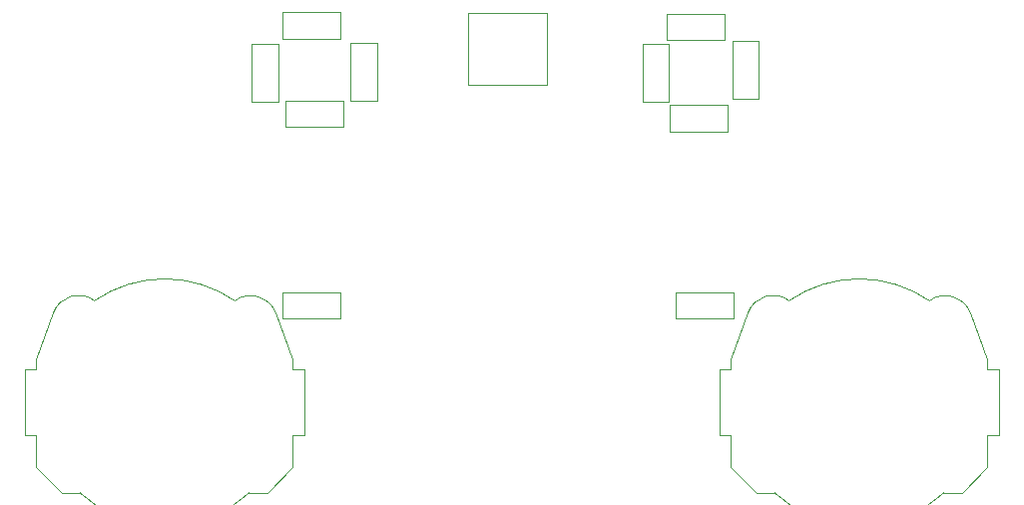
<source format=gbr>
G04 #@! TF.GenerationSoftware,KiCad,Pcbnew,(5.0.0)*
G04 #@! TF.CreationDate,2018-11-20T12:56:54-05:00*
G04 #@! TF.ProjectId,BsidesRock2019,427369646573526F636B323031392E6B,rev?*
G04 #@! TF.SameCoordinates,Original*
G04 #@! TF.FileFunction,Other,User*
%FSLAX46Y46*%
G04 Gerber Fmt 4.6, Leading zero omitted, Abs format (unit mm)*
G04 Created by KiCad (PCBNEW (5.0.0)) date 11/20/18 12:56:54*
%MOMM*%
%LPD*%
G01*
G04 APERTURE LIST*
%ADD10C,0.050000*%
G04 APERTURE END LIST*
D10*
G04 #@! TO.C,BT-2032-1*
X187765000Y-90420000D02*
X186775000Y-90420000D01*
X186775000Y-90420000D02*
X186775000Y-93130000D01*
X186775000Y-93130000D02*
X184635000Y-95270000D01*
X184635000Y-95270000D02*
X183095000Y-95270000D01*
X168695454Y-95270427D02*
G75*
G03X183095000Y-95270000I7199546J7640427D01*
G01*
X168695000Y-95270000D02*
X167155000Y-95270000D01*
X167155000Y-95270000D02*
X165015000Y-93130000D01*
X165015000Y-93130000D02*
X165015000Y-90420000D01*
X165015000Y-90420000D02*
X164025000Y-90420000D01*
X164025000Y-90420000D02*
X164025000Y-84840000D01*
X164025000Y-84840000D02*
X165015000Y-84840000D01*
X165015000Y-84840000D02*
X165015000Y-83990000D01*
X165015000Y-83990000D02*
X166455000Y-80010000D01*
X169938035Y-78975396D02*
G75*
G03X166465000Y-80010000I-1353035J-1804604D01*
G01*
X181840368Y-78979925D02*
G75*
G03X169935000Y-78990000I-5945368J-8650075D01*
G01*
X185310144Y-80008659D02*
G75*
G03X181855000Y-78990000I-2105144J-771341D01*
G01*
X185325000Y-80000000D02*
X186775000Y-83990000D01*
X186775000Y-83990000D02*
X186775000Y-84840000D01*
X186775000Y-84840000D02*
X187765000Y-84840000D01*
X187765000Y-84840000D02*
X187765000Y-90420000D01*
G04 #@! TO.C,BT-2032-2*
X128837000Y-84840000D02*
X128837000Y-90420000D01*
X127847000Y-84840000D02*
X128837000Y-84840000D01*
X127847000Y-83990000D02*
X127847000Y-84840000D01*
X126397000Y-80000000D02*
X127847000Y-83990000D01*
X126382144Y-80008659D02*
G75*
G03X122927000Y-78990000I-2105144J-771341D01*
G01*
X122912368Y-78979925D02*
G75*
G03X111007000Y-78990000I-5945368J-8650075D01*
G01*
X111010035Y-78975396D02*
G75*
G03X107537000Y-80010000I-1353035J-1804604D01*
G01*
X106087000Y-83990000D02*
X107527000Y-80010000D01*
X106087000Y-84840000D02*
X106087000Y-83990000D01*
X105097000Y-84840000D02*
X106087000Y-84840000D01*
X105097000Y-90420000D02*
X105097000Y-84840000D01*
X106087000Y-90420000D02*
X105097000Y-90420000D01*
X106087000Y-93130000D02*
X106087000Y-90420000D01*
X108227000Y-95270000D02*
X106087000Y-93130000D01*
X109767000Y-95270000D02*
X108227000Y-95270000D01*
X109767454Y-95270427D02*
G75*
G03X124167000Y-95270000I7199546J7640427D01*
G01*
X125707000Y-95270000D02*
X124167000Y-95270000D01*
X127847000Y-93130000D02*
X125707000Y-95270000D01*
X127847000Y-90420000D02*
X127847000Y-93130000D01*
X128837000Y-90420000D02*
X127847000Y-90420000D01*
G04 #@! TO.C,R56-Ohm10*
X167363000Y-61886000D02*
X167363000Y-56986000D01*
X165123000Y-61886000D02*
X167363000Y-61886000D01*
X165123000Y-56986000D02*
X165123000Y-61886000D01*
X167363000Y-56986000D02*
X165123000Y-56986000D01*
G04 #@! TO.C,R56-Ohm8*
X159602000Y-54633000D02*
X159602000Y-56873000D01*
X159602000Y-56873000D02*
X164502000Y-56873000D01*
X164502000Y-56873000D02*
X164502000Y-54633000D01*
X164502000Y-54633000D02*
X159602000Y-54633000D01*
G04 #@! TO.C,R56-Ohm9*
X164756000Y-62380000D02*
X159856000Y-62380000D01*
X164756000Y-64620000D02*
X164756000Y-62380000D01*
X159856000Y-64620000D02*
X164756000Y-64620000D01*
X159856000Y-62380000D02*
X159856000Y-64620000D01*
G04 #@! TO.C,R56-Ohm1*
X124356000Y-62140000D02*
X126596000Y-62140000D01*
X126596000Y-62140000D02*
X126596000Y-57240000D01*
X126596000Y-57240000D02*
X124356000Y-57240000D01*
X124356000Y-57240000D02*
X124356000Y-62140000D01*
G04 #@! TO.C,R56-Ohm2*
X132738000Y-57113000D02*
X132738000Y-62013000D01*
X134978000Y-57113000D02*
X132738000Y-57113000D01*
X134978000Y-62013000D02*
X134978000Y-57113000D01*
X132738000Y-62013000D02*
X134978000Y-62013000D01*
G04 #@! TO.C,R56-Ohm3*
X126963000Y-54506000D02*
X126963000Y-56746000D01*
X126963000Y-56746000D02*
X131863000Y-56746000D01*
X131863000Y-56746000D02*
X131863000Y-54506000D01*
X131863000Y-54506000D02*
X126963000Y-54506000D01*
G04 #@! TO.C,R56-Ohm4*
X131863000Y-78255000D02*
X126963000Y-78255000D01*
X131863000Y-80495000D02*
X131863000Y-78255000D01*
X126963000Y-80495000D02*
X131863000Y-80495000D01*
X126963000Y-78255000D02*
X126963000Y-80495000D01*
G04 #@! TO.C,R56-Ohm5*
X127217000Y-61999000D02*
X127217000Y-64239000D01*
X127217000Y-64239000D02*
X132117000Y-64239000D01*
X132117000Y-64239000D02*
X132117000Y-61999000D01*
X132117000Y-61999000D02*
X127217000Y-61999000D01*
G04 #@! TO.C,R56-Ohm6*
X165264000Y-78255000D02*
X160364000Y-78255000D01*
X165264000Y-80495000D02*
X165264000Y-78255000D01*
X160364000Y-80495000D02*
X165264000Y-80495000D01*
X160364000Y-78255000D02*
X160364000Y-80495000D01*
G04 #@! TO.C,R56-Ohm7*
X157503000Y-62140000D02*
X159743000Y-62140000D01*
X159743000Y-62140000D02*
X159743000Y-57240000D01*
X159743000Y-57240000D02*
X157503000Y-57240000D01*
X157503000Y-57240000D02*
X157503000Y-62140000D01*
G04 #@! TO.C,SMDPROGCONN*
X142700000Y-54608000D02*
X142700000Y-60708000D01*
X149400000Y-54608000D02*
X142700000Y-54608000D01*
X149400000Y-60708000D02*
X149400000Y-54608000D01*
X142700000Y-60708000D02*
X149400000Y-60708000D01*
G04 #@! TD*
M02*

</source>
